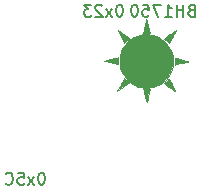
<source format=gbr>
G04 #@! TF.GenerationSoftware,KiCad,Pcbnew,(5.1.5)-3*
G04 #@! TF.CreationDate,2020-12-21T13:11:51+01:00*
G04 #@! TF.ProjectId,epimetheus_bh1750,6570696d-6574-4686-9575-735f62683137,rev?*
G04 #@! TF.SameCoordinates,Original*
G04 #@! TF.FileFunction,Legend,Bot*
G04 #@! TF.FilePolarity,Positive*
%FSLAX46Y46*%
G04 Gerber Fmt 4.6, Leading zero omitted, Abs format (unit mm)*
G04 Created by KiCad (PCBNEW (5.1.5)-3) date 2020-12-21 13:11:51*
%MOMM*%
%LPD*%
G04 APERTURE LIST*
%ADD10C,0.150000*%
%ADD11C,0.010000*%
G04 APERTURE END LIST*
D10*
X165258571Y-37552380D02*
X165163333Y-37552380D01*
X165068095Y-37600000D01*
X165020476Y-37647619D01*
X164972857Y-37742857D01*
X164925238Y-37933333D01*
X164925238Y-38171428D01*
X164972857Y-38361904D01*
X165020476Y-38457142D01*
X165068095Y-38504761D01*
X165163333Y-38552380D01*
X165258571Y-38552380D01*
X165353809Y-38504761D01*
X165401428Y-38457142D01*
X165449047Y-38361904D01*
X165496666Y-38171428D01*
X165496666Y-37933333D01*
X165449047Y-37742857D01*
X165401428Y-37647619D01*
X165353809Y-37600000D01*
X165258571Y-37552380D01*
X164591904Y-38552380D02*
X164068095Y-37885714D01*
X164591904Y-37885714D02*
X164068095Y-38552380D01*
X163210952Y-37552380D02*
X163687142Y-37552380D01*
X163734761Y-38028571D01*
X163687142Y-37980952D01*
X163591904Y-37933333D01*
X163353809Y-37933333D01*
X163258571Y-37980952D01*
X163210952Y-38028571D01*
X163163333Y-38123809D01*
X163163333Y-38361904D01*
X163210952Y-38457142D01*
X163258571Y-38504761D01*
X163353809Y-38552380D01*
X163591904Y-38552380D01*
X163687142Y-38504761D01*
X163734761Y-38457142D01*
X162163333Y-38457142D02*
X162210952Y-38504761D01*
X162353809Y-38552380D01*
X162449047Y-38552380D01*
X162591904Y-38504761D01*
X162687142Y-38409523D01*
X162734761Y-38314285D01*
X162782380Y-38123809D01*
X162782380Y-37980952D01*
X162734761Y-37790476D01*
X162687142Y-37695238D01*
X162591904Y-37600000D01*
X162449047Y-37552380D01*
X162353809Y-37552380D01*
X162210952Y-37600000D01*
X162163333Y-37647619D01*
X171838761Y-23328380D02*
X171743523Y-23328380D01*
X171648285Y-23376000D01*
X171600666Y-23423619D01*
X171553047Y-23518857D01*
X171505428Y-23709333D01*
X171505428Y-23947428D01*
X171553047Y-24137904D01*
X171600666Y-24233142D01*
X171648285Y-24280761D01*
X171743523Y-24328380D01*
X171838761Y-24328380D01*
X171934000Y-24280761D01*
X171981619Y-24233142D01*
X172029238Y-24137904D01*
X172076857Y-23947428D01*
X172076857Y-23709333D01*
X172029238Y-23518857D01*
X171981619Y-23423619D01*
X171934000Y-23376000D01*
X171838761Y-23328380D01*
X171172095Y-24328380D02*
X170648285Y-23661714D01*
X171172095Y-23661714D02*
X170648285Y-24328380D01*
X170314952Y-23423619D02*
X170267333Y-23376000D01*
X170172095Y-23328380D01*
X169934000Y-23328380D01*
X169838761Y-23376000D01*
X169791142Y-23423619D01*
X169743523Y-23518857D01*
X169743523Y-23614095D01*
X169791142Y-23756952D01*
X170362571Y-24328380D01*
X169743523Y-24328380D01*
X169410190Y-23328380D02*
X168791142Y-23328380D01*
X169124476Y-23709333D01*
X168981619Y-23709333D01*
X168886380Y-23756952D01*
X168838761Y-23804571D01*
X168791142Y-23899809D01*
X168791142Y-24137904D01*
X168838761Y-24233142D01*
X168886380Y-24280761D01*
X168981619Y-24328380D01*
X169267333Y-24328380D01*
X169362571Y-24280761D01*
X169410190Y-24233142D01*
X177871142Y-23804571D02*
X177728285Y-23852190D01*
X177680666Y-23899809D01*
X177633047Y-23995047D01*
X177633047Y-24137904D01*
X177680666Y-24233142D01*
X177728285Y-24280761D01*
X177823523Y-24328380D01*
X178204476Y-24328380D01*
X178204476Y-23328380D01*
X177871142Y-23328380D01*
X177775904Y-23376000D01*
X177728285Y-23423619D01*
X177680666Y-23518857D01*
X177680666Y-23614095D01*
X177728285Y-23709333D01*
X177775904Y-23756952D01*
X177871142Y-23804571D01*
X178204476Y-23804571D01*
X177204476Y-24328380D02*
X177204476Y-23328380D01*
X177204476Y-23804571D02*
X176633047Y-23804571D01*
X176633047Y-24328380D02*
X176633047Y-23328380D01*
X175633047Y-24328380D02*
X176204476Y-24328380D01*
X175918761Y-24328380D02*
X175918761Y-23328380D01*
X176014000Y-23471238D01*
X176109238Y-23566476D01*
X176204476Y-23614095D01*
X175299714Y-23328380D02*
X174633047Y-23328380D01*
X175061619Y-24328380D01*
X173775904Y-23328380D02*
X174252095Y-23328380D01*
X174299714Y-23804571D01*
X174252095Y-23756952D01*
X174156857Y-23709333D01*
X173918761Y-23709333D01*
X173823523Y-23756952D01*
X173775904Y-23804571D01*
X173728285Y-23899809D01*
X173728285Y-24137904D01*
X173775904Y-24233142D01*
X173823523Y-24280761D01*
X173918761Y-24328380D01*
X174156857Y-24328380D01*
X174252095Y-24280761D01*
X174299714Y-24233142D01*
X173109238Y-23328380D02*
X173014000Y-23328380D01*
X172918761Y-23376000D01*
X172871142Y-23423619D01*
X172823523Y-23518857D01*
X172775904Y-23709333D01*
X172775904Y-23947428D01*
X172823523Y-24137904D01*
X172871142Y-24233142D01*
X172918761Y-24280761D01*
X173014000Y-24328380D01*
X173109238Y-24328380D01*
X173204476Y-24280761D01*
X173252095Y-24233142D01*
X173299714Y-24137904D01*
X173347333Y-23947428D01*
X173347333Y-23709333D01*
X173299714Y-23518857D01*
X173252095Y-23423619D01*
X173204476Y-23376000D01*
X173109238Y-23328380D01*
D11*
G36*
X174123040Y-31569544D02*
G01*
X174135931Y-31521294D01*
X174154660Y-31446004D01*
X174178216Y-31347865D01*
X174205585Y-31231070D01*
X174235756Y-31099809D01*
X174253923Y-31019664D01*
X174381774Y-30452785D01*
X174308351Y-30440523D01*
X174260486Y-30435472D01*
X174186985Y-30431176D01*
X174098498Y-30428135D01*
X174019809Y-30426916D01*
X173924633Y-30427221D01*
X173861315Y-30429844D01*
X173825473Y-30435238D01*
X173812728Y-30443855D01*
X173813094Y-30448250D01*
X173819525Y-30470836D01*
X173833794Y-30524169D01*
X173854751Y-30603844D01*
X173881243Y-30705454D01*
X173912120Y-30824591D01*
X173946231Y-30956849D01*
X173964714Y-31028755D01*
X173999919Y-31164811D01*
X174032548Y-31288867D01*
X174061459Y-31396743D01*
X174085511Y-31484259D01*
X174103563Y-31547232D01*
X174114472Y-31581482D01*
X174117000Y-31586562D01*
X174123040Y-31569544D01*
G37*
X174123040Y-31569544D02*
X174135931Y-31521294D01*
X174154660Y-31446004D01*
X174178216Y-31347865D01*
X174205585Y-31231070D01*
X174235756Y-31099809D01*
X174253923Y-31019664D01*
X174381774Y-30452785D01*
X174308351Y-30440523D01*
X174260486Y-30435472D01*
X174186985Y-30431176D01*
X174098498Y-30428135D01*
X174019809Y-30426916D01*
X173924633Y-30427221D01*
X173861315Y-30429844D01*
X173825473Y-30435238D01*
X173812728Y-30443855D01*
X173813094Y-30448250D01*
X173819525Y-30470836D01*
X173833794Y-30524169D01*
X173854751Y-30603844D01*
X173881243Y-30705454D01*
X173912120Y-30824591D01*
X173946231Y-30956849D01*
X173964714Y-31028755D01*
X173999919Y-31164811D01*
X174032548Y-31288867D01*
X174061459Y-31396743D01*
X174085511Y-31484259D01*
X174103563Y-31547232D01*
X174114472Y-31581482D01*
X174117000Y-31586562D01*
X174123040Y-31569544D01*
G36*
X176515882Y-30656514D02*
G01*
X176511151Y-30634471D01*
X176493452Y-30589706D01*
X176461947Y-30520379D01*
X176415799Y-30424650D01*
X176354172Y-30300679D01*
X176276229Y-30146627D01*
X176274213Y-30142668D01*
X176208549Y-30013699D01*
X176148361Y-29895502D01*
X176095569Y-29791842D01*
X176052089Y-29706485D01*
X176019842Y-29643196D01*
X176000744Y-29605743D01*
X175996209Y-29596882D01*
X175982954Y-29607284D01*
X175947543Y-29638075D01*
X175894602Y-29685154D01*
X175828756Y-29744425D01*
X175788649Y-29780796D01*
X175717339Y-29846155D01*
X175656392Y-29903022D01*
X175610509Y-29946931D01*
X175584393Y-29973414D01*
X175580172Y-29978866D01*
X175593688Y-29991062D01*
X175632459Y-30021330D01*
X175692263Y-30066582D01*
X175768878Y-30123729D01*
X175858082Y-30189686D01*
X175955650Y-30261363D01*
X176057362Y-30335674D01*
X176158995Y-30409531D01*
X176256326Y-30479846D01*
X176345133Y-30543531D01*
X176421194Y-30597500D01*
X176480285Y-30638664D01*
X176508481Y-30657675D01*
X176515882Y-30656514D01*
G37*
X176515882Y-30656514D02*
X176511151Y-30634471D01*
X176493452Y-30589706D01*
X176461947Y-30520379D01*
X176415799Y-30424650D01*
X176354172Y-30300679D01*
X176276229Y-30146627D01*
X176274213Y-30142668D01*
X176208549Y-30013699D01*
X176148361Y-29895502D01*
X176095569Y-29791842D01*
X176052089Y-29706485D01*
X176019842Y-29643196D01*
X176000744Y-29605743D01*
X175996209Y-29596882D01*
X175982954Y-29607284D01*
X175947543Y-29638075D01*
X175894602Y-29685154D01*
X175828756Y-29744425D01*
X175788649Y-29780796D01*
X175717339Y-29846155D01*
X175656392Y-29903022D01*
X175610509Y-29946931D01*
X175584393Y-29973414D01*
X175580172Y-29978866D01*
X175593688Y-29991062D01*
X175632459Y-30021330D01*
X175692263Y-30066582D01*
X175768878Y-30123729D01*
X175858082Y-30189686D01*
X175955650Y-30261363D01*
X176057362Y-30335674D01*
X176158995Y-30409531D01*
X176256326Y-30479846D01*
X176345133Y-30543531D01*
X176421194Y-30597500D01*
X176480285Y-30638664D01*
X176508481Y-30657675D01*
X176515882Y-30656514D01*
G36*
X172069595Y-30315599D02*
G01*
X172184552Y-30232960D01*
X172290983Y-30155997D01*
X172385023Y-30087543D01*
X172462802Y-30030428D01*
X172520455Y-29987485D01*
X172554112Y-29961546D01*
X172560282Y-29956289D01*
X172570473Y-29943319D01*
X172571114Y-29928273D01*
X172558833Y-29906952D01*
X172530257Y-29875160D01*
X172482014Y-29828699D01*
X172410732Y-29763373D01*
X172390698Y-29745214D01*
X172319675Y-29681315D01*
X172258094Y-29626686D01*
X172210968Y-29585713D01*
X172183308Y-29562783D01*
X172178487Y-29559497D01*
X172167740Y-29574025D01*
X172142615Y-29617242D01*
X172105098Y-29685451D01*
X172057175Y-29774953D01*
X172000831Y-29882050D01*
X171938050Y-30003045D01*
X171888167Y-30100235D01*
X171609691Y-30645261D01*
X172069595Y-30315599D01*
G37*
X172069595Y-30315599D02*
X172184552Y-30232960D01*
X172290983Y-30155997D01*
X172385023Y-30087543D01*
X172462802Y-30030428D01*
X172520455Y-29987485D01*
X172554112Y-29961546D01*
X172560282Y-29956289D01*
X172570473Y-29943319D01*
X172571114Y-29928273D01*
X172558833Y-29906952D01*
X172530257Y-29875160D01*
X172482014Y-29828699D01*
X172410732Y-29763373D01*
X172390698Y-29745214D01*
X172319675Y-29681315D01*
X172258094Y-29626686D01*
X172210968Y-29585713D01*
X172183308Y-29562783D01*
X172178487Y-29559497D01*
X172167740Y-29574025D01*
X172142615Y-29617242D01*
X172105098Y-29685451D01*
X172057175Y-29774953D01*
X172000831Y-29882050D01*
X171938050Y-30003045D01*
X171888167Y-30100235D01*
X171609691Y-30645261D01*
X172069595Y-30315599D01*
G36*
X176480107Y-28388902D02*
G01*
X176502892Y-28382903D01*
X176556568Y-28370007D01*
X176636619Y-28351260D01*
X176738531Y-28327708D01*
X176857788Y-28300399D01*
X176989876Y-28270379D01*
X177047071Y-28257445D01*
X177182584Y-28226586D01*
X177306607Y-28197848D01*
X177414726Y-28172292D01*
X177502533Y-28150980D01*
X177565614Y-28134973D01*
X177599559Y-28125332D01*
X177604081Y-28123424D01*
X177590368Y-28116383D01*
X177545530Y-28101626D01*
X177473625Y-28080306D01*
X177378713Y-28053577D01*
X177264853Y-28022594D01*
X177136104Y-27988511D01*
X177059795Y-27968701D01*
X176922614Y-27933267D01*
X176796278Y-27900510D01*
X176685197Y-27871582D01*
X176593777Y-27847635D01*
X176526427Y-27829823D01*
X176487556Y-27819299D01*
X176480107Y-27817105D01*
X176471294Y-27822109D01*
X176464933Y-27846891D01*
X176460714Y-27895390D01*
X176458323Y-27971544D01*
X176457449Y-28079290D01*
X176457428Y-28103286D01*
X176458048Y-28217266D01*
X176460117Y-28298921D01*
X176463948Y-28352191D01*
X176469854Y-28381018D01*
X176478148Y-28389344D01*
X176480107Y-28388902D01*
G37*
X176480107Y-28388902D02*
X176502892Y-28382903D01*
X176556568Y-28370007D01*
X176636619Y-28351260D01*
X176738531Y-28327708D01*
X176857788Y-28300399D01*
X176989876Y-28270379D01*
X177047071Y-28257445D01*
X177182584Y-28226586D01*
X177306607Y-28197848D01*
X177414726Y-28172292D01*
X177502533Y-28150980D01*
X177565614Y-28134973D01*
X177599559Y-28125332D01*
X177604081Y-28123424D01*
X177590368Y-28116383D01*
X177545530Y-28101626D01*
X177473625Y-28080306D01*
X177378713Y-28053577D01*
X177264853Y-28022594D01*
X177136104Y-27988511D01*
X177059795Y-27968701D01*
X176922614Y-27933267D01*
X176796278Y-27900510D01*
X176685197Y-27871582D01*
X176593777Y-27847635D01*
X176526427Y-27829823D01*
X176487556Y-27819299D01*
X176480107Y-27817105D01*
X176471294Y-27822109D01*
X176464933Y-27846891D01*
X176460714Y-27895390D01*
X176458323Y-27971544D01*
X176457449Y-28079290D01*
X176457428Y-28103286D01*
X176458048Y-28217266D01*
X176460117Y-28298921D01*
X176463948Y-28352191D01*
X176469854Y-28381018D01*
X176478148Y-28389344D01*
X176480107Y-28388902D01*
G36*
X171676912Y-28321694D02*
G01*
X171680886Y-28274636D01*
X171683873Y-28203601D01*
X171685576Y-28114745D01*
X171685857Y-28057928D01*
X171685129Y-27945188D01*
X171682733Y-27864780D01*
X171678350Y-27812773D01*
X171671662Y-27785238D01*
X171663178Y-27778144D01*
X171640661Y-27782889D01*
X171587381Y-27795677D01*
X171507689Y-27815417D01*
X171405939Y-27841017D01*
X171286484Y-27871384D01*
X171153678Y-27905425D01*
X171071788Y-27926541D01*
X170503077Y-28073509D01*
X171080860Y-28205805D01*
X171220528Y-28237709D01*
X171348862Y-28266876D01*
X171461589Y-28292348D01*
X171554438Y-28313165D01*
X171623136Y-28328367D01*
X171663411Y-28336995D01*
X171672250Y-28338622D01*
X171676912Y-28321694D01*
G37*
X171676912Y-28321694D02*
X171680886Y-28274636D01*
X171683873Y-28203601D01*
X171685576Y-28114745D01*
X171685857Y-28057928D01*
X171685129Y-27945188D01*
X171682733Y-27864780D01*
X171678350Y-27812773D01*
X171671662Y-27785238D01*
X171663178Y-27778144D01*
X171640661Y-27782889D01*
X171587381Y-27795677D01*
X171507689Y-27815417D01*
X171405939Y-27841017D01*
X171286484Y-27871384D01*
X171153678Y-27905425D01*
X171071788Y-27926541D01*
X170503077Y-28073509D01*
X171080860Y-28205805D01*
X171220528Y-28237709D01*
X171348862Y-28266876D01*
X171461589Y-28292348D01*
X171554438Y-28313165D01*
X171623136Y-28328367D01*
X171663411Y-28336995D01*
X171672250Y-28338622D01*
X171676912Y-28321694D01*
G36*
X174425383Y-30330966D02*
G01*
X174624359Y-30294191D01*
X174817702Y-30236208D01*
X175014381Y-30155298D01*
X175039019Y-30143784D01*
X175287114Y-30007388D01*
X175511492Y-29845614D01*
X175711231Y-29661184D01*
X175885409Y-29456821D01*
X176033102Y-29235247D01*
X176153388Y-28999185D01*
X176245344Y-28751357D01*
X176308048Y-28494487D01*
X176340578Y-28231296D01*
X176342010Y-27964507D01*
X176311422Y-27696843D01*
X176247892Y-27431026D01*
X176150496Y-27169778D01*
X176089670Y-27043373D01*
X175944648Y-26802704D01*
X175771670Y-26583521D01*
X175573371Y-26387790D01*
X175352385Y-26217480D01*
X175111346Y-26074558D01*
X174852890Y-25960992D01*
X174579649Y-25878750D01*
X174510200Y-25863490D01*
X174402996Y-25846792D01*
X174273754Y-25834579D01*
X174134608Y-25827312D01*
X173997694Y-25825447D01*
X173875147Y-25829445D01*
X173799500Y-25836630D01*
X173517295Y-25892653D01*
X173248397Y-25980827D01*
X172995135Y-26099247D01*
X172759835Y-26246006D01*
X172544827Y-26419198D01*
X172352439Y-26616917D01*
X172184999Y-26837257D01*
X172044834Y-27078310D01*
X171934274Y-27338172D01*
X171922004Y-27373814D01*
X171857868Y-27616406D01*
X171821193Y-27873849D01*
X171811981Y-28137877D01*
X171830234Y-28400225D01*
X171875956Y-28652628D01*
X171921553Y-28810857D01*
X172028481Y-29072405D01*
X172166419Y-29317383D01*
X172332850Y-29543098D01*
X172525256Y-29746855D01*
X172741119Y-29925961D01*
X172977922Y-30077722D01*
X173210767Y-30190318D01*
X173376391Y-30252335D01*
X173535547Y-30296877D01*
X173700291Y-30326431D01*
X173882681Y-30343481D01*
X173974649Y-30347769D01*
X174211802Y-30348252D01*
X174425383Y-30330966D01*
G37*
X174425383Y-30330966D02*
X174624359Y-30294191D01*
X174817702Y-30236208D01*
X175014381Y-30155298D01*
X175039019Y-30143784D01*
X175287114Y-30007388D01*
X175511492Y-29845614D01*
X175711231Y-29661184D01*
X175885409Y-29456821D01*
X176033102Y-29235247D01*
X176153388Y-28999185D01*
X176245344Y-28751357D01*
X176308048Y-28494487D01*
X176340578Y-28231296D01*
X176342010Y-27964507D01*
X176311422Y-27696843D01*
X176247892Y-27431026D01*
X176150496Y-27169778D01*
X176089670Y-27043373D01*
X175944648Y-26802704D01*
X175771670Y-26583521D01*
X175573371Y-26387790D01*
X175352385Y-26217480D01*
X175111346Y-26074558D01*
X174852890Y-25960992D01*
X174579649Y-25878750D01*
X174510200Y-25863490D01*
X174402996Y-25846792D01*
X174273754Y-25834579D01*
X174134608Y-25827312D01*
X173997694Y-25825447D01*
X173875147Y-25829445D01*
X173799500Y-25836630D01*
X173517295Y-25892653D01*
X173248397Y-25980827D01*
X172995135Y-26099247D01*
X172759835Y-26246006D01*
X172544827Y-26419198D01*
X172352439Y-26616917D01*
X172184999Y-26837257D01*
X172044834Y-27078310D01*
X171934274Y-27338172D01*
X171922004Y-27373814D01*
X171857868Y-27616406D01*
X171821193Y-27873849D01*
X171811981Y-28137877D01*
X171830234Y-28400225D01*
X171875956Y-28652628D01*
X171921553Y-28810857D01*
X172028481Y-29072405D01*
X172166419Y-29317383D01*
X172332850Y-29543098D01*
X172525256Y-29746855D01*
X172741119Y-29925961D01*
X172977922Y-30077722D01*
X173210767Y-30190318D01*
X173376391Y-30252335D01*
X173535547Y-30296877D01*
X173700291Y-30326431D01*
X173882681Y-30343481D01*
X173974649Y-30347769D01*
X174211802Y-30348252D01*
X174425383Y-30330966D01*
G36*
X176024473Y-26545175D02*
G01*
X176049867Y-26502245D01*
X176086716Y-26436217D01*
X176132628Y-26351692D01*
X176185208Y-26253272D01*
X176242063Y-26145558D01*
X176300801Y-26033151D01*
X176359027Y-25920653D01*
X176414349Y-25812665D01*
X176464372Y-25713788D01*
X176506705Y-25628623D01*
X176538953Y-25561772D01*
X176558723Y-25517836D01*
X176563726Y-25501474D01*
X176548003Y-25510402D01*
X176506413Y-25538182D01*
X176442463Y-25582360D01*
X176359657Y-25640481D01*
X176261499Y-25710092D01*
X176151496Y-25788737D01*
X176078163Y-25841477D01*
X175599112Y-26186768D01*
X175796948Y-26373226D01*
X175867347Y-26438534D01*
X175929191Y-26493953D01*
X175977410Y-26535090D01*
X176006935Y-26557550D01*
X176012928Y-26560406D01*
X176024473Y-26545175D01*
G37*
X176024473Y-26545175D02*
X176049867Y-26502245D01*
X176086716Y-26436217D01*
X176132628Y-26351692D01*
X176185208Y-26253272D01*
X176242063Y-26145558D01*
X176300801Y-26033151D01*
X176359027Y-25920653D01*
X176414349Y-25812665D01*
X176464372Y-25713788D01*
X176506705Y-25628623D01*
X176538953Y-25561772D01*
X176558723Y-25517836D01*
X176563726Y-25501474D01*
X176548003Y-25510402D01*
X176506413Y-25538182D01*
X176442463Y-25582360D01*
X176359657Y-25640481D01*
X176261499Y-25710092D01*
X176151496Y-25788737D01*
X176078163Y-25841477D01*
X175599112Y-26186768D01*
X175796948Y-26373226D01*
X175867347Y-26438534D01*
X175929191Y-26493953D01*
X175977410Y-26535090D01*
X176006935Y-26557550D01*
X176012928Y-26560406D01*
X176024473Y-26545175D01*
G36*
X172262888Y-26471412D02*
G01*
X172304258Y-26435805D01*
X172362975Y-26383066D01*
X172430214Y-26321197D01*
X172478790Y-26275640D01*
X172627652Y-26134786D01*
X171648998Y-25436448D01*
X171922423Y-25981388D01*
X172195848Y-26526329D01*
X172262888Y-26471412D01*
G37*
X172262888Y-26471412D02*
X172304258Y-26435805D01*
X172362975Y-26383066D01*
X172430214Y-26321197D01*
X172478790Y-26275640D01*
X172627652Y-26134786D01*
X171648998Y-25436448D01*
X171922423Y-25981388D01*
X172195848Y-26526329D01*
X172262888Y-26471412D01*
G36*
X173956769Y-25688004D02*
G01*
X174046590Y-25687094D01*
X174101200Y-25686223D01*
X174380787Y-25681214D01*
X174235008Y-25115484D01*
X174199354Y-24977931D01*
X174166277Y-24851874D01*
X174136922Y-24741557D01*
X174112435Y-24651219D01*
X174093959Y-24585104D01*
X174082639Y-24547452D01*
X174079807Y-24540331D01*
X174073703Y-24555020D01*
X174060751Y-24601062D01*
X174041954Y-24674383D01*
X174018318Y-24770912D01*
X173990846Y-24886574D01*
X173960543Y-25017298D01*
X173940456Y-25105527D01*
X173909263Y-25244372D01*
X173881095Y-25371474D01*
X173856854Y-25482625D01*
X173837443Y-25573618D01*
X173823764Y-25640245D01*
X173816718Y-25678298D01*
X173816071Y-25685690D01*
X173835160Y-25687290D01*
X173884176Y-25688066D01*
X173956769Y-25688004D01*
G37*
X173956769Y-25688004D02*
X174046590Y-25687094D01*
X174101200Y-25686223D01*
X174380787Y-25681214D01*
X174235008Y-25115484D01*
X174199354Y-24977931D01*
X174166277Y-24851874D01*
X174136922Y-24741557D01*
X174112435Y-24651219D01*
X174093959Y-24585104D01*
X174082639Y-24547452D01*
X174079807Y-24540331D01*
X174073703Y-24555020D01*
X174060751Y-24601062D01*
X174041954Y-24674383D01*
X174018318Y-24770912D01*
X173990846Y-24886574D01*
X173960543Y-25017298D01*
X173940456Y-25105527D01*
X173909263Y-25244372D01*
X173881095Y-25371474D01*
X173856854Y-25482625D01*
X173837443Y-25573618D01*
X173823764Y-25640245D01*
X173816718Y-25678298D01*
X173816071Y-25685690D01*
X173835160Y-25687290D01*
X173884176Y-25688066D01*
X173956769Y-25688004D01*
M02*

</source>
